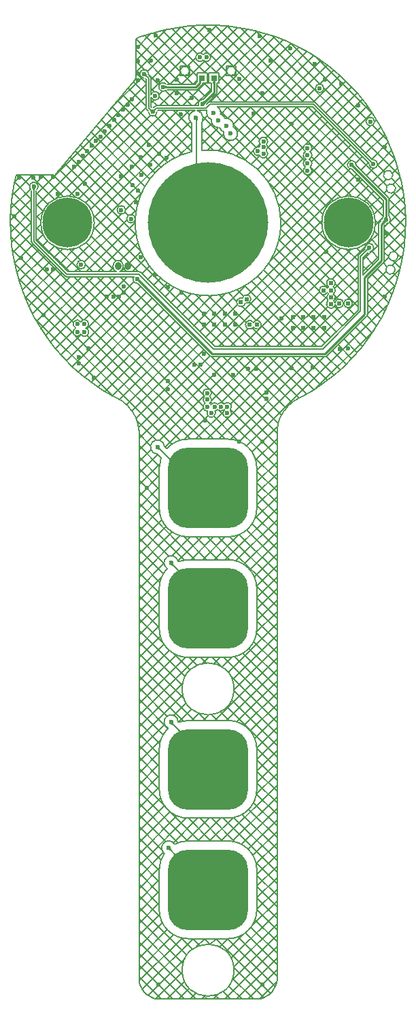
<source format=gtl>
G04*
G04 #@! TF.GenerationSoftware,Altium Limited,Altium Designer,21.9.2 (33)*
G04*
G04 Layer_Physical_Order=1*
G04 Layer_Color=255*
%FSLAX25Y25*%
%MOIN*%
G70*
G04*
G04 #@! TF.SameCoordinates,C6F11EFD-203B-4413-AD8B-19CE97DDEB68*
G04*
G04*
G04 #@! TF.FilePolarity,Positive*
G04*
G01*
G75*
%ADD11R,0.03150X0.03150*%
%ADD19C,0.00600*%
G04:AMPARAMS|DCode=20|XSize=393.7mil|YSize=393.7mil|CornerRadius=98.43mil|HoleSize=0mil|Usage=FLASHONLY|Rotation=0.000|XOffset=0mil|YOffset=0mil|HoleType=Round|Shape=RoundedRectangle|*
%AMROUNDEDRECTD20*
21,1,0.39370,0.19685,0,0,0.0*
21,1,0.19685,0.39370,0,0,0.0*
1,1,0.19685,0.09843,-0.09843*
1,1,0.19685,-0.09843,-0.09843*
1,1,0.19685,-0.09843,0.09843*
1,1,0.19685,0.09843,0.09843*
%
%ADD20ROUNDEDRECTD20*%
%ADD21C,0.59055*%
%ADD22C,0.01000*%
%ADD23O,0.03150X0.03937*%
%ADD24C,0.24410*%
%ADD25C,0.02402*%
%ADD26C,0.02362*%
G36*
X-16379Y-308788D02*
X-16291Y-308871D01*
X-16207Y-308942D01*
X-16128Y-309000D01*
X-16054Y-309045D01*
X-15984Y-309077D01*
X-15918Y-309097D01*
X-15857Y-309103D01*
X-15800Y-309097D01*
X-15747Y-309078D01*
X-15699Y-309046D01*
X-16621Y-309819D01*
X-16581Y-309778D01*
X-16555Y-309732D01*
X-16543Y-309681D01*
X-16543Y-309625D01*
X-16557Y-309564D01*
X-16585Y-309498D01*
X-16626Y-309427D01*
X-16680Y-309351D01*
X-16748Y-309271D01*
X-16829Y-309186D01*
X-16379Y-308788D01*
D02*
G37*
G36*
X-18195Y-307820D02*
X-18268Y-307754D01*
X-18349Y-307696D01*
X-18438Y-307644D01*
X-18535Y-307599D01*
X-18640Y-307561D01*
X-18752Y-307531D01*
X-18872Y-307508D01*
X-19000Y-307491D01*
X-19136Y-307482D01*
X-19279Y-307480D01*
X-18110Y-306311D01*
X-18108Y-306455D01*
X-18099Y-306591D01*
X-18083Y-306718D01*
X-18059Y-306839D01*
X-18029Y-306951D01*
X-17991Y-307056D01*
X-17947Y-307152D01*
X-17895Y-307241D01*
X-17836Y-307323D01*
X-17770Y-307396D01*
X-18195Y-307820D01*
D02*
G37*
G36*
X-14209Y-248442D02*
X-14121Y-248526D01*
X-14037Y-248597D01*
X-13956Y-248657D01*
X-13878Y-248706D01*
X-13804Y-248743D01*
X-13732Y-248768D01*
X-13664Y-248782D01*
X-13600Y-248784D01*
X-13538Y-248774D01*
X-13480Y-248753D01*
X-14628Y-249301D01*
X-14577Y-249270D01*
X-14541Y-249233D01*
X-14520Y-249190D01*
X-14514Y-249140D01*
X-14522Y-249085D01*
X-14545Y-249023D01*
X-14583Y-248955D01*
X-14635Y-248881D01*
X-14703Y-248801D01*
X-14785Y-248715D01*
X-14209Y-248442D01*
D02*
G37*
G36*
X-17357Y-246143D02*
X-17420Y-246085D01*
X-17494Y-246028D01*
X-17577Y-245973D01*
X-17670Y-245919D01*
X-17774Y-245866D01*
X-18009Y-245765D01*
X-18142Y-245716D01*
X-18436Y-245623D01*
X-16982Y-244837D01*
X-17015Y-244961D01*
X-17037Y-245081D01*
X-17048Y-245195D01*
X-17047Y-245304D01*
X-17035Y-245408D01*
X-17011Y-245507D01*
X-16975Y-245601D01*
X-16929Y-245689D01*
X-16870Y-245772D01*
X-16801Y-245850D01*
X-17357Y-246143D01*
D02*
G37*
G36*
X-14692Y-169923D02*
X-14605Y-170006D01*
X-14522Y-170077D01*
X-14442Y-170135D01*
X-14366Y-170183D01*
X-14292Y-170218D01*
X-14223Y-170242D01*
X-14156Y-170254D01*
X-14094Y-170254D01*
X-14034Y-170243D01*
X-13978Y-170219D01*
X-15080Y-170811D01*
X-15031Y-170778D01*
X-14997Y-170740D01*
X-14977Y-170696D01*
X-14972Y-170646D01*
X-14980Y-170590D01*
X-15003Y-170528D01*
X-15041Y-170461D01*
X-15092Y-170388D01*
X-15158Y-170310D01*
X-15238Y-170225D01*
X-14692Y-169923D01*
D02*
G37*
G36*
X-17290Y-168174D02*
X-17356Y-168114D01*
X-17432Y-168056D01*
X-17517Y-168001D01*
X-17611Y-167948D01*
X-17715Y-167898D01*
X-17951Y-167806D01*
X-18084Y-167763D01*
X-18377Y-167686D01*
X-16965Y-166825D01*
X-16993Y-166954D01*
X-17010Y-167077D01*
X-17017Y-167194D01*
X-17012Y-167306D01*
X-16997Y-167412D01*
X-16971Y-167512D01*
X-16934Y-167607D01*
X-16886Y-167696D01*
X-16828Y-167779D01*
X-16759Y-167856D01*
X-17290Y-168174D01*
D02*
G37*
G36*
X-19031Y-115190D02*
X-18945Y-115272D01*
X-18864Y-115340D01*
X-18790Y-115393D01*
X-18722Y-115430D01*
X-18661Y-115454D01*
X-18605Y-115462D01*
X-18556Y-115455D01*
X-18513Y-115434D01*
X-18476Y-115398D01*
X-18446Y-115347D01*
X-18988Y-116500D01*
X-18967Y-116442D01*
X-18957Y-116380D01*
X-18959Y-116315D01*
X-18973Y-116247D01*
X-18999Y-116176D01*
X-19036Y-116101D01*
X-19084Y-116024D01*
X-19144Y-115943D01*
X-19216Y-115858D01*
X-19299Y-115771D01*
X-19031Y-115190D01*
D02*
G37*
G36*
X-23706Y-111363D02*
X-23780Y-111298D01*
X-23861Y-111239D01*
X-23950Y-111187D01*
X-24047Y-111142D01*
X-24151Y-111105D01*
X-24264Y-111074D01*
X-24384Y-111051D01*
X-24512Y-111035D01*
X-24648Y-111026D01*
X-24791Y-111024D01*
X-23622Y-109854D01*
X-23620Y-109998D01*
X-23611Y-110134D01*
X-23595Y-110262D01*
X-23571Y-110382D01*
X-23541Y-110494D01*
X-23503Y-110599D01*
X-23459Y-110696D01*
X-23407Y-110785D01*
X-23348Y-110866D01*
X-23282Y-110939D01*
X-23706Y-111363D01*
D02*
G37*
G36*
X-33742Y-29170D02*
X-33829Y-29088D01*
X-33916Y-29014D01*
X-34004Y-28949D01*
X-34093Y-28893D01*
X-34182Y-28845D01*
X-34271Y-28807D01*
X-34361Y-28777D01*
X-34452Y-28756D01*
X-34543Y-28744D01*
X-34634Y-28740D01*
X-33465Y-27571D01*
X-33461Y-27662D01*
X-33449Y-27753D01*
X-33428Y-27843D01*
X-33398Y-27933D01*
X-33359Y-28023D01*
X-33312Y-28112D01*
X-33256Y-28200D01*
X-33191Y-28288D01*
X-33117Y-28376D01*
X-33034Y-28463D01*
X-33742Y-29170D01*
D02*
G37*
G36*
X77613Y-13302D02*
X77679Y-13228D01*
X77738Y-13147D01*
X77789Y-13058D01*
X77834Y-12961D01*
X77872Y-12857D01*
X77902Y-12744D01*
X77925Y-12624D01*
X77942Y-12496D01*
X77951Y-12360D01*
X77953Y-12217D01*
X79122Y-13386D01*
X78978Y-13388D01*
X78843Y-13397D01*
X78715Y-13413D01*
X78594Y-13437D01*
X78482Y-13467D01*
X78377Y-13505D01*
X78281Y-13549D01*
X78192Y-13601D01*
X78110Y-13660D01*
X78037Y-13726D01*
X77613Y-13302D01*
D02*
G37*
G36*
X85790Y671D02*
X85873Y758D01*
X85947Y845D01*
X86012Y934D01*
X86068Y1022D01*
X86115Y1111D01*
X86154Y1201D01*
X86184Y1290D01*
X86205Y1381D01*
X86217Y1472D01*
X86221Y1563D01*
X87390Y394D01*
X87299Y390D01*
X87208Y378D01*
X87117Y357D01*
X87027Y327D01*
X86938Y289D01*
X86849Y241D01*
X86760Y185D01*
X86672Y120D01*
X86585Y46D01*
X86497Y-37D01*
X85790Y671D01*
D02*
G37*
G36*
X87902Y3353D02*
X87905Y3233D01*
X87915Y3119D01*
X87931Y3011D01*
X87954Y2909D01*
X87983Y2812D01*
X88019Y2722D01*
X88062Y2637D01*
X88111Y2558D01*
X88166Y2485D01*
X88228Y2418D01*
X86575D01*
X86637Y2485D01*
X86692Y2558D01*
X86741Y2637D01*
X86784Y2722D01*
X86820Y2812D01*
X86849Y2909D01*
X86872Y3011D01*
X86888Y3119D01*
X86898Y3233D01*
X86902Y3353D01*
X87902D01*
D02*
G37*
G36*
X-30121Y72783D02*
X-30112Y72647D01*
X-30095Y72519D01*
X-30072Y72399D01*
X-30042Y72286D01*
X-30004Y72182D01*
X-29959Y72085D01*
X-29908Y71996D01*
X-29849Y71915D01*
X-29783Y71842D01*
X-30207Y71417D01*
X-30281Y71483D01*
X-30362Y71542D01*
X-30451Y71594D01*
X-30548Y71639D01*
X-30652Y71676D01*
X-30765Y71706D01*
X-30885Y71730D01*
X-31013Y71746D01*
X-31149Y71755D01*
X-31292Y71757D01*
X-30123Y72926D01*
X-30121Y72783D01*
D02*
G37*
G36*
X-3187Y69296D02*
X-3232Y69273D01*
X-3271Y69235D01*
X-3305Y69182D01*
X-3334Y69113D01*
X-3357Y69029D01*
X-3376Y68930D01*
X-3389Y68816D01*
X-3397Y68686D01*
X-3399Y68542D01*
X-4399D01*
X-4400Y68686D01*
X-4428Y69113D01*
X-4441Y69182D01*
X-4456Y69235D01*
X-4474Y69273D01*
X-4493Y69296D01*
X-4516Y69303D01*
X-3138D01*
X-3187Y69296D01*
D02*
G37*
G36*
X3858Y69293D02*
X3773Y69263D01*
X3698Y69213D01*
X3633Y69143D01*
X3578Y69053D01*
X3533Y68943D01*
X3498Y68813D01*
X3473Y68663D01*
X3458Y68493D01*
X3453Y68303D01*
X2453D01*
X2448Y68493D01*
X2433Y68663D01*
X2408Y68813D01*
X2373Y68943D01*
X2328Y69053D01*
X2273Y69143D01*
X2208Y69213D01*
X2133Y69263D01*
X2048Y69293D01*
X1953Y69303D01*
X3953D01*
X3858Y69293D01*
D02*
G37*
G36*
X-21137Y67300D02*
X-21064Y67245D01*
X-20985Y67196D01*
X-20900Y67153D01*
X-20810Y67117D01*
X-20713Y67088D01*
X-20611Y67065D01*
X-20503Y67049D01*
X-20389Y67039D01*
X-20268Y67035D01*
Y66035D01*
X-20389Y66032D01*
X-20503Y66022D01*
X-20611Y66006D01*
X-20713Y65983D01*
X-20810Y65954D01*
X-20900Y65918D01*
X-20985Y65875D01*
X-21064Y65826D01*
X-21137Y65771D01*
X-21204Y65709D01*
Y67362D01*
X-21137Y67300D01*
D02*
G37*
G36*
X-1145Y59172D02*
X-1227Y59085D01*
X-1301Y58997D01*
X-1366Y58909D01*
X-1422Y58820D01*
X-1470Y58731D01*
X-1508Y58642D01*
X-1538Y58552D01*
X-1559Y58462D01*
X-1571Y58371D01*
X-1575Y58280D01*
X-2744Y59449D01*
X-2653Y59452D01*
X-2562Y59465D01*
X-2472Y59486D01*
X-2382Y59515D01*
X-2292Y59554D01*
X-2203Y59601D01*
X-2115Y59658D01*
X-2027Y59723D01*
X-1939Y59796D01*
X-1852Y59879D01*
X-1145Y59172D01*
D02*
G37*
G36*
X-25644Y55427D02*
X-25710Y55354D01*
X-25769Y55273D01*
X-25821Y55184D01*
X-25866Y55087D01*
X-25903Y54983D01*
X-25934Y54870D01*
X-25957Y54750D01*
X-25973Y54622D01*
X-25982Y54486D01*
X-25984Y54343D01*
X-27154Y55512D01*
X-27010Y55514D01*
X-26874Y55523D01*
X-26746Y55539D01*
X-26626Y55563D01*
X-26513Y55593D01*
X-26409Y55631D01*
X-26312Y55675D01*
X-26223Y55727D01*
X-26142Y55786D01*
X-26069Y55852D01*
X-25644Y55427D01*
D02*
G37*
G36*
X-28189Y55786D02*
X-28108Y55727D01*
X-28019Y55675D01*
X-27922Y55631D01*
X-27817Y55593D01*
X-27705Y55563D01*
X-27585Y55539D01*
X-27457Y55523D01*
X-27321Y55514D01*
X-27177Y55512D01*
X-28346Y54343D01*
X-28348Y54486D01*
X-28358Y54622D01*
X-28374Y54750D01*
X-28397Y54870D01*
X-28428Y54983D01*
X-28465Y55087D01*
X-28510Y55184D01*
X-28562Y55273D01*
X-28620Y55354D01*
X-28686Y55427D01*
X-28262Y55852D01*
X-28189Y55786D01*
D02*
G37*
G36*
X-4948Y50862D02*
X-5126Y50478D01*
X-5169Y50362D01*
X-5233Y50148D01*
X-5252Y50050D01*
X-5264Y49958D01*
X-5268Y49872D01*
X-5868Y49686D01*
X-5874Y49790D01*
X-5892Y49890D01*
X-5921Y49986D01*
X-5962Y50077D01*
X-6016Y50164D01*
X-6080Y50246D01*
X-6157Y50324D01*
X-6245Y50397D01*
X-6345Y50466D01*
X-6457Y50530D01*
X-4872Y51002D01*
X-4948Y50862D01*
D02*
G37*
G36*
X-5265Y29541D02*
X-5257Y29440D01*
X-5242Y29353D01*
X-5222Y29279D01*
X-5196Y29217D01*
X-5164Y29169D01*
X-5126Y29133D01*
X-5082Y29111D01*
X-5033Y29101D01*
X-4978Y29105D01*
X-6156Y28879D01*
X-6102Y28896D01*
X-6053Y28925D01*
X-6010Y28964D01*
X-5972Y29014D01*
X-5940Y29074D01*
X-5914Y29146D01*
X-5894Y29228D01*
X-5880Y29321D01*
X-5871Y29424D01*
X-5868Y29539D01*
X-5268Y29654D01*
X-5265Y29541D01*
D02*
G37*
G36*
X80079Y30195D02*
X80160Y30136D01*
X80249Y30085D01*
X80346Y30040D01*
X80450Y30002D01*
X80563Y29972D01*
X80683Y29949D01*
X80811Y29932D01*
X80947Y29923D01*
X81090Y29921D01*
X79921Y28752D01*
X79919Y28896D01*
X79910Y29031D01*
X79894Y29159D01*
X79870Y29280D01*
X79840Y29392D01*
X79803Y29497D01*
X79758Y29593D01*
X79706Y29682D01*
X79647Y29763D01*
X79581Y29837D01*
X80006Y30261D01*
X80079Y30195D01*
D02*
G37*
G36*
X71657Y28243D02*
X71669Y28152D01*
X71690Y28062D01*
X71720Y27972D01*
X71759Y27883D01*
X71806Y27794D01*
X71862Y27705D01*
X71927Y27617D01*
X72001Y27529D01*
X72084Y27442D01*
X71377Y26735D01*
X71289Y26818D01*
X71202Y26891D01*
X71114Y26956D01*
X71025Y27013D01*
X70936Y27060D01*
X70847Y27099D01*
X70757Y27129D01*
X70666Y27150D01*
X70575Y27162D01*
X70484Y27165D01*
X71653Y28335D01*
X71657Y28243D01*
D02*
G37*
G36*
X-84706Y16770D02*
X-84796Y16668D01*
X-84875Y16566D01*
X-84943Y16464D01*
X-85001Y16363D01*
X-85049Y16262D01*
X-85086Y16162D01*
X-85112Y16063D01*
X-85128Y15964D01*
X-85133Y15866D01*
X-85733D01*
X-85738Y15964D01*
X-85754Y16063D01*
X-85781Y16162D01*
X-85817Y16262D01*
X-85865Y16363D01*
X-85923Y16464D01*
X-85991Y16566D01*
X-86070Y16668D01*
X-86160Y16770D01*
X-86260Y16873D01*
X-84606D01*
X-84706Y16770D01*
D02*
G37*
D11*
X2953Y70866D02*
D03*
X-2953D02*
D03*
D19*
X90559Y23352D02*
G03*
X90509Y23826I-2278J0D01*
G01*
X91950Y16805D02*
G03*
X91900Y17279I-2278J0D01*
G01*
X86052Y22878D02*
G03*
X90559Y23352I2228J474D01*
G01*
X86052Y22878D02*
G03*
X90559Y23352I2228J474D01*
G01*
D02*
G03*
X90509Y23826I-2278J0D01*
G01*
D02*
G03*
X86052Y22878I-2228J-474D01*
G01*
X90509Y23826D02*
G03*
X86052Y22878I-2228J-474D01*
G01*
X87444Y16332D02*
G03*
X91950Y16805I2228J474D01*
G01*
X87444Y16332D02*
G03*
X91950Y16805I2228J474D01*
G01*
D02*
G03*
X91900Y17279I-2278J0D01*
G01*
D02*
G03*
X87444Y16332I-2228J-474D01*
G01*
X91900Y17279D02*
G03*
X87444Y16332I-2228J-474D01*
G01*
X88802Y11417D02*
G03*
X88392Y12407I-1400J0D01*
G01*
X88802Y11417D02*
G03*
X88392Y12407I-1400J0D01*
G01*
X81609Y49606D02*
G03*
X81609Y49606I-2081J0D01*
G01*
X79023Y28647D02*
G03*
X83183Y28740I2079J93D01*
G01*
D02*
G03*
X81195Y30819I-2081J0D01*
G01*
X82002Y0D02*
G03*
X82002Y0I-13105J0D01*
G01*
X93081Y-16885D02*
G03*
X93131Y-16412I-2228J474D01*
G01*
X89483Y1575D02*
G03*
X88946Y2970I-2081J0D01*
G01*
X87507Y-504D02*
G03*
X89483Y1575I-105J2079D01*
G01*
X93131Y-16412D02*
G03*
X88625Y-15938I-2278J0D01*
G01*
X93131Y-16412D02*
G03*
X88625Y-15938I-2278J0D01*
G01*
D02*
G03*
X93081Y-16885I2228J-474D01*
G01*
X88625Y-15938D02*
G03*
X93081Y-16885I2228J-474D01*
G01*
D02*
G03*
X93131Y-16412I-2228J474D01*
G01*
X91740Y-22958D02*
G03*
X87234Y-22485I-2278J0D01*
G01*
X91740Y-22958D02*
G03*
X87234Y-22485I-2278J0D01*
G01*
D02*
G03*
X91690Y-23432I2228J-474D01*
G01*
D02*
G03*
X91740Y-22958I-2228J474D01*
G01*
X91690Y-23432D02*
G03*
X91740Y-22958I-2228J474D01*
G01*
X87234Y-22485D02*
G03*
X91690Y-23432I2228J-474D01*
G01*
X85858Y2970D02*
G03*
X85323Y1680I1544J-1395D01*
G01*
X84049Y203D02*
G03*
X83639Y-787I990J-990D01*
G01*
X84049Y203D02*
G03*
X83639Y-787I990J-990D01*
G01*
X81215Y-12205D02*
G03*
X77055Y-12112I-2081J0D01*
G01*
X79227Y-14284D02*
G03*
X81215Y-12205I-93J2079D01*
G01*
X86029Y-19494D02*
G03*
X86439Y-18504I-990J990D01*
G01*
X86029Y-19494D02*
G03*
X86439Y-18504I-990J990D01*
G01*
X73955Y-15687D02*
G03*
X73603Y-16535I848J-848D01*
G01*
X56805Y65861D02*
G03*
X56805Y65861I-2081J0D01*
G01*
X52620Y58919D02*
G03*
X51772Y59271I-848J-848D01*
G01*
X52620Y58919D02*
G03*
X51772Y59271I-848J-848D01*
G01*
X11378Y72132D02*
G03*
X13656Y74409I0J2278D01*
G01*
D02*
G03*
X11378Y76687I-2278J0D01*
G01*
D02*
G03*
X9100Y74409I0J-2278D01*
G01*
D02*
G03*
X11378Y72132I2278J0D01*
G01*
X3943Y62986D02*
G03*
X4353Y63976I-990J990D01*
G01*
X3943Y62986D02*
G03*
X4353Y63976I-990J990D01*
G01*
X50900Y29134D02*
G03*
X49494Y31102I-2081J0D01*
G01*
X72551Y28451D02*
G03*
X70367Y26268I-2079J-105D01*
G01*
X50900Y25591D02*
G03*
X49911Y27362I-2081J0D01*
G01*
Y27362D02*
G03*
X50900Y29134I-1092J1772D01*
G01*
X47727Y27362D02*
G03*
X50900Y25591I1092J-1772D01*
G01*
X49911Y34843D02*
G03*
X50900Y36614I-1092J1772D01*
G01*
D02*
G03*
X47727Y34843I-2081J0D01*
G01*
X50900Y33071D02*
G03*
X49911Y34843I-2081J0D01*
G01*
X49494Y31102D02*
G03*
X50900Y33071I-675J1969D01*
G01*
X47727Y34843D02*
G03*
X48144Y31102I1092J-1772D01*
G01*
Y31102D02*
G03*
X47727Y27362I675J-1969D01*
G01*
X73955Y-15687D02*
G03*
X73603Y-16535I848J-848D01*
G01*
X14473Y43701D02*
G03*
X12415Y46857I-3450J0D01*
G01*
Y46857D02*
G03*
X12505Y47638I-3360J781D01*
G01*
X28688Y38426D02*
G03*
X29246Y39845I-1523J1419D01*
G01*
D02*
G03*
X25643Y38426I-2081J0D01*
G01*
X7664Y44481D02*
G03*
X14473Y43701I3360J-781D01*
G01*
X6205Y53937D02*
G03*
X4570Y56871I-3450J0D01*
G01*
X6145Y53293D02*
G03*
X6205Y53937I-3389J644D01*
G01*
X8411Y51027D02*
G03*
X6145Y53293I-3293J-1027D01*
G01*
X12505Y47638D02*
G03*
X8411Y51027I-3450J0D01*
G01*
X1729Y50644D02*
G03*
X5762Y46611I3389J-644D01*
G01*
X5762D02*
G03*
X7664Y44481I3293J1027D01*
G01*
X29247Y37008D02*
G03*
X28688Y38426I-2081J0D01*
G01*
X28526Y35433D02*
G03*
X29247Y37008I-1361J1575D01*
G01*
X25643Y38426D02*
G03*
X25084Y37008I1523J-1419D01*
G01*
D02*
G03*
X25219Y33122I-675J-1969D01*
G01*
X29246Y33858D02*
G03*
X28526Y35433I-2081J0D01*
G01*
X25219Y33122D02*
G03*
X29246Y33858I1946J736D01*
G01*
X62337Y-36614D02*
G03*
X61365Y-34843I-2101J0D01*
G01*
X62337Y-33071D02*
G03*
X61365Y-31299I-2101J0D01*
G01*
X61365Y-34843D02*
G03*
X62337Y-33071I-1129J1772D01*
G01*
X66427Y-39486D02*
G03*
X62250Y-39166I-2101J0D01*
G01*
X62313Y-40084D02*
G03*
X66427Y-39486I2014J598D01*
G01*
X61627Y-38189D02*
G03*
X62337Y-36614I-1390J1575D01*
G01*
X62250Y-39166D02*
G03*
X61627Y-38189I-2014J-598D01*
G01*
X77762Y-45872D02*
G03*
X78172Y-44882I-990J990D01*
G01*
X70758Y-39486D02*
G03*
X70758Y-39486I-2101J0D01*
G01*
X77762Y-45872D02*
G03*
X78172Y-44882I-990J990D01*
G01*
X61365Y-31299D02*
G03*
X62337Y-29528I-1129J1772D01*
G01*
X59107Y-31299D02*
G03*
X58465Y-31942I1129J-1772D01*
G01*
X62337Y-29528D02*
G03*
X59107Y-31299I-2101J0D01*
G01*
X58846Y-38189D02*
G03*
X62313Y-40084I1390J-1575D01*
G01*
X58465Y-34200D02*
G03*
X59107Y-34843I1772J1129D01*
G01*
D02*
G03*
X58846Y-38189I1129J-1772D01*
G01*
X58465Y-31942D02*
G03*
X58465Y-34200I-1772J-1129D01*
G01*
X57480Y-65573D02*
G03*
X58470Y-65163I0J1400D01*
G01*
X57480Y-65573D02*
G03*
X58470Y-65163I0J1400D01*
G01*
X22244Y-51129D02*
G03*
X26116Y-50000I1772J1129D01*
G01*
D02*
G03*
X22244Y-48871I-2101J0D01*
G01*
X20998Y-37402D02*
G03*
X16837Y-36994I-2101J0D01*
G01*
X18203Y-39384D02*
G03*
X20998Y-37402I695J1983D01*
G01*
X16837Y-36994D02*
G03*
X18203Y-39384I-695J-1983D01*
G01*
X22244Y-48871D02*
G03*
X22244Y-51129I-1772J-1129D01*
G01*
X11530Y-93307D02*
G03*
X10809Y-91732I-2081J0D01*
G01*
X23922Y-120079D02*
G03*
X9843Y-105999I-14080J0D01*
G01*
X8088Y-91732D02*
G03*
X11530Y-93307I1361J-1575D01*
G01*
Y-90158D02*
G03*
X7874Y-88797I-2081J0D01*
G01*
X10809Y-91732D02*
G03*
X11530Y-90158I-1361J1575D01*
G01*
X7874Y-88797D02*
G03*
X4720Y-88802I-1575J-1361D01*
G01*
X4749Y-91546D02*
G03*
X7874Y-91518I1550J1388D01*
G01*
X7874D02*
G03*
X8088Y-91732I1575J1361D01*
G01*
X3374Y-92262D02*
G03*
X4749Y-91546I-204J2071D01*
G01*
X3656Y-93307D02*
G03*
X3374Y-92262I-2081J0D01*
G01*
X9843Y-212898D02*
G03*
X23922Y-198819I0J14080D01*
G01*
Y-257874D02*
G03*
X9843Y-243794I-14080J0D01*
G01*
Y-153843D02*
G03*
X23922Y-139764I0J14080D01*
G01*
Y-179134D02*
G03*
X9843Y-165054I-14080J0D01*
G01*
Y-291639D02*
G03*
X23922Y-277559I0J14080D01*
G01*
Y-316929D02*
G03*
X9843Y-302850I-14080J0D01*
G01*
Y-350694D02*
G03*
X23922Y-336614I0J14080D01*
G01*
X-2362Y79742D02*
G03*
X1294Y81102I1575J1361D01*
G01*
D02*
G03*
X-2362Y82463I-2081J0D01*
G01*
X-2362D02*
G03*
X-2362Y79742I-1575J-1361D01*
G01*
X-2909Y67552D02*
G03*
X-2507Y68391I-990J990D01*
G01*
X-2909Y67552D02*
G03*
X-2507Y68391I-990J990D01*
G01*
X-5906Y65135D02*
G03*
X-4916Y65545I0J1400D01*
G01*
X-9100Y74409D02*
G03*
X-11378Y76687I-2278J0D01*
G01*
D02*
G03*
X-13656Y74409I0J-2278D01*
G01*
X-11378Y72132D02*
G03*
X-9100Y74409I0J2278D01*
G01*
X-13656D02*
G03*
X-11378Y72132I2278J0D01*
G01*
X-20652Y68079D02*
G03*
X-20652Y64991I-1395J-1544D01*
G01*
X984Y59271D02*
G03*
X136Y58919I0J-1200D01*
G01*
X984Y59271D02*
G03*
X136Y58919I0J-1200D01*
G01*
X-900Y54987D02*
G03*
X-508Y55052I0J1200D01*
G01*
X-900Y54987D02*
G03*
X-508Y55052I0J1200D01*
G01*
X-5906Y65135D02*
G03*
X-4916Y65545I0J1400D01*
G01*
X-2861Y60346D02*
G03*
X-4641Y57387I105J-2079D01*
G01*
X-508Y55052D02*
G03*
X1729Y50644I3264J-1115D01*
G01*
X35733Y0D02*
G03*
X-3000Y35607I-35733J0D01*
G01*
X-2754Y50171D02*
G03*
X-2456Y51575I-3151J1404D01*
G01*
D02*
G03*
X-5396Y54987I-3450J0D01*
G01*
X-6415D02*
G03*
X-8137Y48944I509J-3412D01*
G01*
X-23903Y62205D02*
G03*
X-27934Y62933I-2081J0D01*
G01*
Y61477D02*
G03*
X-23903Y62205I1950J728D01*
G01*
X-25309Y57387D02*
G03*
X-26158Y57035I0J-1200D01*
G01*
X-25309Y57387D02*
G03*
X-26158Y57035I0J-1200D01*
G01*
X-29244Y54238D02*
G03*
X-25086Y54238I2079J93D01*
G01*
X-8137Y34794D02*
G03*
X35733Y0I8137J-34794D01*
G01*
X-27934Y70768D02*
G03*
X-28285Y71617I-1200J0D01*
G01*
X-29225Y73031D02*
G03*
X-31397Y70859I-2079J-93D01*
G01*
X-27934Y70768D02*
G03*
X-28285Y71617I-1200J0D01*
G01*
X-30334Y56299D02*
G03*
X-29982Y55451I1200J0D01*
G01*
X-30334Y56299D02*
G03*
X-29982Y55451I1200J0D01*
G01*
X-40439Y6299D02*
G03*
X-40439Y6299I-2081J0D01*
G01*
X-83352Y17717D02*
G03*
X-86969Y16312I-2081J0D01*
G01*
X-83897Y16312D02*
G03*
X-83352Y17717I-1536J1405D01*
G01*
X-55793Y0D02*
G03*
X-55793Y0I-13105J0D01*
G01*
X-35714Y1969D02*
G03*
X-35714Y1969I-2081J0D01*
G01*
X-41620Y-20866D02*
G03*
X-46569Y-20866I-2475J0D01*
G01*
Y-21654D02*
G03*
X-44890Y-23997I2475J0D01*
G01*
X-60124Y-20472D02*
G03*
X-60124Y-20472I-2081J0D01*
G01*
X-33010Y-24348D02*
G03*
X-33858Y-23997I-848J-848D01*
G01*
X-33010Y-24348D02*
G03*
X-33858Y-23997I-848J-848D01*
G01*
X-36372Y-26397D02*
G03*
X-34751Y-29638I1726J-1162D01*
G01*
X-43299Y-23997D02*
G03*
X-41620Y-21654I-796J2343D01*
G01*
X-86633Y-9055D02*
G03*
X-86282Y-9904I1200J0D01*
G01*
X-86633Y-9055D02*
G03*
X-86282Y-9904I1200J0D01*
G01*
X-70140Y-26045D02*
G03*
X-69291Y-26397I848J848D01*
G01*
X-70140Y-26045D02*
G03*
X-69291Y-26397I848J848D01*
G01*
X979Y-65163D02*
G03*
X1969Y-65573I990J990D01*
G01*
X979Y-65163D02*
G03*
X1969Y-65573I990J990D01*
G01*
X967Y-85039D02*
G03*
X1687Y-83465I-1361J1575D01*
G01*
D02*
G03*
X-1754Y-85039I-2081J0D01*
G01*
D02*
G03*
X-1486Y-88386I1361J-1575D01*
G01*
X1687Y-86614D02*
G03*
X967Y-85039I-2081J0D01*
G01*
X698Y-88386D02*
G03*
X1687Y-86614I-1092J1772D01*
G01*
X1398Y-89099D02*
G03*
X698Y-88386I-1792J-1059D01*
G01*
X4720Y-88802D02*
G03*
X1398Y-89099I-1550J-1388D01*
G01*
X-1486Y-88386D02*
G03*
X-206Y-92230I1092J-1772D01*
G01*
Y-92230D02*
G03*
X3656Y-93307I1781J-1077D01*
G01*
X-9843Y-165054D02*
G03*
X-14715Y-165924I0J-14080D01*
G01*
X-23922Y-198819D02*
G03*
X-9843Y-212898I14080J0D01*
G01*
Y-105999D02*
G03*
X-20329Y-110684I0J-14080D01*
G01*
X-23922Y-139764D02*
G03*
X-9843Y-153843I14080J0D01*
G01*
X-14715Y-165924D02*
G03*
X-20022Y-169407I-3395J-611D01*
G01*
X12711Y-228346D02*
G03*
X12711Y-228346I-12711J0D01*
G01*
X-9843Y-243794D02*
G03*
X-14664Y-244646I0J-14080D01*
G01*
X12711Y-366142D02*
G03*
X12711Y-366142I-12711J0D01*
G01*
X-9843Y-302850D02*
G03*
X-16375Y-304457I0J-14080D01*
G01*
X-23922Y-277559D02*
G03*
X-9843Y-291639I14080J0D01*
G01*
X-14661Y-244488D02*
G03*
X-19512Y-247640I-3450J0D01*
G01*
X-23922Y-336614D02*
G03*
X-9843Y-350694I14080J0D01*
G01*
X-16375Y-304457D02*
G03*
X-21463Y-308979I-2916J-1843D01*
G01*
X-21365Y-109561D02*
G03*
X-25085Y-113281I-3438J-282D01*
G01*
X-23057Y-115221D02*
G03*
X-23922Y-120079I13215J-4858D01*
G01*
X-59964Y-51578D02*
G03*
X-58549Y-49606I-666J1972D01*
G01*
X-58536Y-53554D02*
G03*
X-59964Y-51578I-2081J0D01*
G01*
X-58549Y-49606D02*
G03*
X-62402Y-48514I-2081J0D01*
G01*
X-62398Y-54630D02*
G03*
X-58536Y-53554I1781J1076D01*
G01*
X-62402Y-48514D02*
G03*
X-64849Y-51575I-1772J-1092D01*
G01*
Y-51575D02*
G03*
X-62398Y-54630I675J-1969D01*
G01*
X-19512Y-247640D02*
G03*
X-23922Y-257874I9670J-10234D01*
G01*
X-20022Y-169407D02*
G03*
X-23922Y-179134I10179J-9727D01*
G01*
X-21463Y-308979D02*
G03*
X-23922Y-316929I11620J-7950D01*
G01*
X91605Y31478D02*
X93419Y25594D01*
X94857Y19607D01*
X89419Y37235D02*
X91605Y31478D01*
X90354Y24296D02*
X93003Y26945D01*
X90601Y18886D02*
X94173Y22457D01*
X86873Y42841D02*
X89419Y37235D01*
X83975Y48274D02*
X86873Y42841D01*
X83158Y28413D02*
X90124Y35379D01*
X81605Y49488D02*
X82607Y50489D01*
X83150Y28368D02*
X86614Y24904D01*
X83429Y17370D02*
X87337Y21279D01*
X94857Y19607D02*
X95911Y13541D01*
X89833Y21685D02*
X95476Y16041D01*
X88801Y11430D02*
X95171Y17799D01*
X90945Y14916D02*
X96350Y9511D01*
X95911Y13541D02*
X96578Y7419D01*
X88802Y5773D02*
X95976Y12947D01*
X88802Y11403D02*
X96756Y3448D01*
X86257Y14542D02*
X87592Y15877D01*
X88802Y3455D02*
Y11417D01*
X86002Y3455D02*
Y10837D01*
X80739Y53512D02*
X83975Y48274D01*
X77175Y58534D02*
X80739Y53512D01*
X53352Y80793D02*
X80909Y53236D01*
X56798Y66033D02*
X91716Y31115D01*
X80641Y47848D02*
X87893Y40596D01*
X80314Y31226D02*
X88452Y39364D01*
X74657Y36883D02*
X84696Y46922D01*
X77485Y34054D02*
X86664Y43233D01*
X73300Y63319D02*
X77175Y58534D01*
X63343Y48197D02*
X75612Y60465D01*
X40584Y87905D02*
X77769Y50719D01*
X52620Y58919D02*
X80562Y30977D01*
X69000Y42540D02*
X80421Y53960D01*
X71828Y39711D02*
X79646Y47529D01*
X66171Y45368D02*
X78073Y57269D01*
X51275Y56871D02*
X78865Y29280D01*
X80600Y20199D02*
X91669Y31268D01*
X48990Y56871D02*
X87783Y18078D01*
X37677Y56871D02*
X86002Y8546D01*
X23166Y94009D02*
X94001Y23174D01*
X32020Y56871D02*
X85882Y3009D01*
X79465Y7750D02*
X84277Y12562D01*
X72791Y28007D02*
X88392Y12407D01*
X70812Y26027D02*
X86002Y10837D01*
X77772Y23027D02*
X81429Y26685D01*
X72444Y29013D02*
X75788Y32357D01*
X74943Y25856D02*
X78616Y29529D01*
X72885Y12483D02*
X78620Y18219D01*
X76635Y10577D02*
X81449Y15390D01*
X67803Y13059D02*
X75792Y21047D01*
X96578Y7419D02*
X96854Y1268D01*
X89181Y495D02*
X96531Y7846D01*
X96739Y-4888D02*
X96854Y1268D01*
X88802Y5746D02*
X96788Y-2241D01*
X86439Y-7903D02*
X96800Y2458D01*
X96233Y-11025D02*
X96739Y-4888D01*
X88830Y61D02*
X96513Y-7623D01*
X91444Y-14212D02*
X96377Y-9280D01*
X86439Y-1367D02*
X87062Y-744D01*
X86439Y-2246D02*
X88481Y-204D01*
X86439Y-8862D02*
X92051Y-14474D01*
X86439Y-14519D02*
X88590Y-16670D01*
X95338Y-17117D02*
X96233Y-11025D01*
X92791Y-15214D02*
X95225Y-17648D01*
X90421Y-20892D02*
X95534Y-15779D01*
X94058Y-23140D02*
X95338Y-17117D01*
X90595Y-18675D02*
X94233Y-22313D01*
X92397Y-29069D02*
X94058Y-23140D01*
X86439Y-18504D02*
Y-1367D01*
X90948Y-24685D02*
X93039Y-26776D01*
X84049Y203D02*
X85083Y1236D01*
X81959Y-1070D02*
X85546Y2517D01*
X81376Y4004D02*
X86002Y8630D01*
X81938Y1295D02*
X83681Y-448D01*
X86439Y-3206D02*
X95980Y-12746D01*
X86439Y-13560D02*
X96770Y-3230D01*
X81425Y-3848D02*
X83639Y-6063D01*
X79551Y-7631D02*
X83639Y-11719D01*
X78444Y-10241D02*
X83639Y-5046D01*
X76753Y-10490D02*
X77368Y-11104D01*
X73039Y-12433D02*
X75124Y-14518D01*
X73955Y-15687D02*
X76897Y-12745D01*
X76003Y-25560D02*
X83639Y-17924D01*
X78172Y-27485D02*
X88653Y-17003D01*
X76003Y-18339D02*
X83639Y-10703D01*
X76003Y-23996D02*
X83639Y-16360D01*
X85893Y-19630D02*
X87735Y-21472D01*
X78172Y-27351D02*
X86029Y-19494D01*
X83065Y-22458D02*
X91692Y-31085D01*
X80234Y-13971D02*
X83639Y-17376D01*
Y-17924D02*
Y-787D01*
X76003Y-17032D02*
X78594Y-14442D01*
X61081Y-27604D02*
X77170Y-11515D01*
X76821Y-16215D02*
X81085Y-20479D01*
X76003Y-21054D02*
X78256Y-23307D01*
X76003Y-25560D02*
Y-17032D01*
X49836Y83058D02*
X55012Y79724D01*
X44458Y86057D02*
X49836Y83058D01*
X55012Y79724D02*
X59967Y76067D01*
X38900Y88708D02*
X44458Y86057D01*
X31168Y91664D02*
X54897Y67935D01*
X59967Y76067D02*
X64679Y72104D01*
X69129Y67848D01*
X54803Y67940D02*
X61576Y74714D01*
X21377Y94474D02*
X27337Y92925D01*
X33185Y91000D01*
X15331Y95641D02*
X21377Y94474D01*
X12638Y76687D02*
X28494Y92544D01*
X33185Y91000D02*
X38900Y88708D01*
X13656Y72132D02*
Y74409D01*
X13362Y75528D02*
X13656Y75235D01*
Y74409D02*
Y76687D01*
X69129Y67848D02*
X73300Y63319D01*
X51790Y59271D02*
X64648Y72129D01*
X54858Y56682D02*
X67542Y69366D01*
X34819Y59271D02*
X55162Y79614D01*
X40476Y59271D02*
X58417Y77211D01*
X57686Y53853D02*
X70353Y66520D01*
X60515Y51025D02*
X73065Y63575D01*
X46133Y59271D02*
X52645Y65782D01*
X23506Y59271D02*
X48203Y83968D01*
X29163Y59271D02*
X51730Y81838D01*
X17849Y59271D02*
X44571Y85993D01*
X16007Y95511D02*
X52474Y59044D01*
X26363Y56871D02*
X46741Y36492D01*
X13656Y75235D02*
X29620Y59271D01*
X20706Y56871D02*
X47171Y30405D01*
X11378Y76687D02*
X13656D01*
X12397Y76447D02*
X12638Y76687D01*
X12203D02*
X12497Y76394D01*
X9224Y96422D02*
X15331Y95641D01*
X3635Y73341D02*
X24068Y93774D01*
X11378Y72132D02*
X13656D01*
X9100D02*
X11378D01*
X9100Y76687D02*
X11378D01*
X3079Y96813D02*
X9224Y96422D01*
X9100Y74409D02*
Y76687D01*
Y73149D02*
X9341Y73390D01*
X9100Y72132D02*
Y74409D01*
X5428Y69477D02*
X9100Y73149D01*
X9471Y96390D02*
X46590Y59271D01*
X6535D02*
X36810Y89546D01*
X12192Y59271D02*
X40748Y87826D01*
X3412Y96792D02*
X40933Y59271D01*
X5428Y72149D02*
X18306Y59271D01*
X11102Y72132D02*
X23963Y59271D01*
X12455Y48220D02*
X21106Y56871D01*
X9619Y51041D02*
X15449Y56871D01*
X9392D02*
X25368Y40895D01*
X4373Y68391D02*
X5428D01*
Y73341D01*
X1553Y64556D02*
Y68203D01*
X4353Y63976D02*
Y68203D01*
Y67567D02*
X12649Y59271D01*
X3610Y62653D02*
X6992Y59271D01*
X50739Y29936D02*
X64474Y43671D01*
X50334Y35188D02*
X61646Y46499D01*
X48029Y38540D02*
X58818Y49328D01*
X43333Y56871D02*
X69867Y30338D01*
X49959Y34812D02*
X50246Y35099D01*
X29224Y36705D02*
X49390Y56871D01*
X50800Y32434D02*
X70193Y13040D01*
X35566Y3449D02*
X70131Y38014D01*
X35671Y-2103D02*
X72960Y35186D01*
X34633Y-8798D02*
X69806Y26375D01*
X30546Y-18541D02*
X72963Y23876D01*
X68025Y-13076D02*
X73603Y-18654D01*
X30213Y19080D02*
X73603Y-24311D01*
X34562Y9074D02*
X73603Y-29967D01*
X31679Y16532D02*
X47078Y31931D01*
X34757Y8296D02*
X67303Y40843D01*
X29562Y20073D02*
X46893Y37404D01*
X29246Y37017D02*
X58408Y7855D01*
X50090Y27486D02*
X65050Y12527D01*
X48359Y23561D02*
X61266Y10654D01*
X33428Y12625D02*
X46773Y25969D01*
X35584Y-3262D02*
X59795Y-27474D01*
X14382Y44490D02*
X26763Y56871D01*
X28390Y41528D02*
X43733Y56871D01*
X4570D02*
X51275D01*
X23926Y37064D02*
X25483Y38620D01*
X6197Y53276D02*
X9792Y56871D01*
X6169Y54437D02*
X9555Y51051D01*
X24339Y26163D02*
X53161Y54985D01*
X15049Y56871D02*
X46789Y25131D01*
X27111Y23278D02*
X55989Y52156D01*
X9887Y34338D02*
X32419Y56871D01*
X14057Y32852D02*
X38076Y56871D01*
X28413Y32193D02*
X56465Y4142D01*
X13573Y41377D02*
X55822Y-873D01*
X12468Y48138D02*
X23635Y36971D01*
X5239Y35347D02*
X10234Y40343D01*
X17829Y30967D02*
X22385Y35523D01*
X21248Y28729D02*
X25354Y32834D01*
X80236Y-25287D02*
X90205Y-35256D01*
X78172Y-33141D02*
X87396Y-23917D01*
X78172Y-28879D02*
X88524Y-39231D01*
X61721Y-38278D02*
X73603Y-26396D01*
X78172Y-38798D02*
X94119Y-22851D01*
X90364Y-34881D02*
X92397Y-29069D01*
X87965Y-40552D02*
X90364Y-34881D01*
X68226Y-37430D02*
X73603Y-32053D01*
X62290Y-29968D02*
X73603Y-41281D01*
X62146Y-32196D02*
X73603Y-20739D01*
X61450Y-34785D02*
X64067Y-37402D01*
X85210Y-46059D02*
X87965Y-40552D01*
X78172Y-34536D02*
X86705Y-43070D01*
X78172Y-40193D02*
X84779Y-46800D01*
X78172Y-44455D02*
X91773Y-30854D01*
X82112Y-51380D02*
X85210Y-46059D01*
X78681Y-56494D02*
X82112Y-51380D01*
X77954Y-45632D02*
X82697Y-50375D01*
X75149Y-48484D02*
X80479Y-53814D01*
X73603Y-42810D02*
Y-16535D01*
X78172Y-44882D02*
Y-27351D01*
X61965Y-40957D02*
X68711Y-47702D01*
X72321Y-51313D02*
X78169Y-57161D01*
X68203Y-41537D02*
X71539Y-44874D01*
X69493Y-54141D02*
X75713Y-60362D01*
X35658Y2321D02*
X73603Y-35624D01*
X31749Y-16397D02*
X65882Y-50531D01*
X29645Y-19951D02*
X63054Y-53359D01*
X23805Y-47910D02*
X61148Y-10567D01*
X27205Y-23167D02*
X60225Y-56188D01*
X57538Y-31148D02*
X58313Y-30373D01*
X34796Y-8131D02*
X58522Y-31857D01*
X33484Y-12476D02*
X54680Y-33672D01*
X19386Y-35358D02*
X55839Y1094D01*
X56092Y-35084D02*
X58223Y-37215D01*
X22418Y-60611D02*
X69968Y-13061D01*
X39388Y-60611D02*
X58750Y-41249D01*
X50702Y-60611D02*
X73603Y-37710D01*
X16761Y-60611D02*
X64894Y-12478D01*
X18946Y-109338D02*
X88136Y-40148D01*
X55802Y-60611D02*
X73603Y-42810D01*
X58470Y-65163D02*
X77762Y-45872D01*
X45045Y-60611D02*
X64083Y-41573D01*
X52691Y-81249D02*
X81198Y-52743D01*
X24445Y-26064D02*
X57397Y-59016D01*
X21366Y-28642D02*
X53335Y-60611D01*
X5447D02*
X58321Y-7737D01*
X17959Y-30892D02*
X47678Y-60611D01*
X28074D02*
X54770Y-33916D01*
X33731Y-60611D02*
X58186Y-36156D01*
X20340Y-38929D02*
X42021Y-60611D01*
X26090Y-50336D02*
X36365Y-60611D01*
X74933Y-61379D02*
X78681Y-56494D01*
X66664Y-56969D02*
X73133Y-63438D01*
X70882Y-66016D02*
X74933Y-61379D01*
X63836Y-59798D02*
X70469Y-66431D01*
X61007Y-62626D02*
X67651Y-69270D01*
X66544Y-70386D02*
X70882Y-66016D01*
X61937Y-74472D02*
X66544Y-70386D01*
X58135Y-65411D02*
X64724Y-72000D01*
X57081Y-78256D02*
X61937Y-74472D01*
X35670Y-65573D02*
X51885Y-81789D01*
X30013Y-65573D02*
X48333Y-83893D01*
X52640Y-65573D02*
X61713Y-74646D01*
X51993Y-81725D02*
X57081Y-78256D01*
X46984Y-65573D02*
X58534Y-77124D01*
X41327Y-65573D02*
X55255Y-79501D01*
X46696Y-84863D02*
X51993Y-81725D01*
X43954Y-86259D02*
X46696Y-84863D01*
X42898Y-86866D02*
X43879Y-86300D01*
X24356Y-65573D02*
X44675Y-85892D01*
X40924Y-88268D02*
X42767Y-86951D01*
X39105Y-89943D02*
X40762Y-88400D01*
X37516Y-91839D02*
X38962Y-90095D01*
X36186Y-93923D02*
X37394Y-92007D01*
X35134Y-96162D02*
X36086Y-94106D01*
X34380Y-98517D02*
X35059Y-96356D01*
X33936Y-100950D02*
X34331Y-98719D01*
X33827Y-102234D02*
X33916Y-101104D01*
X33821Y-370079D02*
X33822Y-102360D01*
X23922Y-183557D02*
X33822Y-173658D01*
X23922Y-189214D02*
X33822Y-179314D01*
X23922Y-126989D02*
X33822Y-117089D01*
X23922Y-127364D02*
X33822Y-137265D01*
X18699Y-65573D02*
X41198Y-88072D01*
X13043Y-65573D02*
X38328Y-90859D01*
X11149Y-94507D02*
X40083Y-65573D01*
X3253Y-60611D02*
X55802D01*
X7386Y-65573D02*
X36033Y-94221D01*
X10929Y-106041D02*
X51397Y-65573D01*
X15459Y-107168D02*
X57053Y-65573D01*
X1969D02*
X57480D01*
X5314Y-105999D02*
X45740Y-65573D01*
X11104Y-88896D02*
X34426Y-65573D01*
X10866Y-91681D02*
X33822Y-114637D01*
X1704Y-65548D02*
X34450Y-98295D01*
X8819Y-95290D02*
X33822Y-120294D01*
X23382Y-116216D02*
X33822Y-105775D01*
X23922Y-121332D02*
X33822Y-111432D01*
X21603Y-112338D02*
X34139Y-99801D01*
X23037Y-115166D02*
X33822Y-125951D01*
X23922Y-132646D02*
X33822Y-122746D01*
X23922Y-138303D02*
X33822Y-128402D01*
X23922Y-133021D02*
X33822Y-142921D01*
X23922Y-121708D02*
X33822Y-131608D01*
X22932Y-144949D02*
X33822Y-134059D01*
X23922Y-138678D02*
X33822Y-148578D01*
X17520Y-167332D02*
X33822Y-151030D01*
X8484Y-165054D02*
X33822Y-139716D01*
X13624Y-165571D02*
X33822Y-145373D01*
X23344Y-143757D02*
X33822Y-154235D01*
X21536Y-147606D02*
X33822Y-159892D01*
X18855Y-150581D02*
X33822Y-165549D01*
X15342Y-152725D02*
X33822Y-171205D01*
X22721Y-173444D02*
X33822Y-162344D01*
X23872Y-177950D02*
X33822Y-168001D01*
X20535Y-169974D02*
X33822Y-156687D01*
X10772Y-153813D02*
X33822Y-176862D01*
X23894Y-178248D02*
X33822Y-188176D01*
X23922Y-183933D02*
X33822Y-193833D01*
X21758Y-51661D02*
X30708Y-60611D01*
X23922Y-189590D02*
X33822Y-199489D01*
X23922Y-195247D02*
X33822Y-205146D01*
X23922Y-194871D02*
X33822Y-184971D01*
X23803Y-200647D02*
X33822Y-190628D01*
X14201Y-32790D02*
X17370Y-35960D01*
X23922Y-139764D02*
Y-120079D01*
Y-198819D02*
Y-179134D01*
X16743Y-40989D02*
X23680Y-47926D01*
X23787Y-200768D02*
X33822Y-210803D01*
X22449Y-205088D02*
X33822Y-216460D01*
X20133Y-208428D02*
X33822Y-222117D01*
X11896Y-223868D02*
X33822Y-201942D01*
X12706Y-228715D02*
X33822Y-207599D01*
X16995Y-210947D02*
X33822Y-227774D01*
X17794Y-246254D02*
X33822Y-230226D01*
X12944Y-212553D02*
X33822Y-233430D01*
X13976Y-244415D02*
X33822Y-224570D01*
X20743Y-248962D02*
X33822Y-235883D01*
X22858Y-252504D02*
X33821Y-241540D01*
X12678Y-229258D02*
X33821Y-250401D01*
X11508Y-233744D02*
X33821Y-256058D01*
X23922Y-262753D02*
X33821Y-252854D01*
X23922Y-262753D02*
X33821Y-252854D01*
X23902Y-257117D02*
X33821Y-247197D01*
X23916Y-257466D02*
X33821Y-267371D01*
X11104Y-60611D02*
X19744Y-51971D01*
X10046Y-34292D02*
X14129Y-38375D01*
X6266Y-88077D02*
X28769Y-65573D01*
X5417Y-35320D02*
X18811Y-48714D01*
X1643Y-87043D02*
X23112Y-65573D01*
X2835Y-94963D02*
X14755Y-106884D01*
X5669Y-92141D02*
X7465Y-93937D01*
X9825Y-220282D02*
X33822Y-196285D01*
X7633Y-212898D02*
X33821Y-239087D01*
X5146Y-153843D02*
X33822Y-182519D01*
X3283Y-243794D02*
X33822Y-213256D01*
X10923Y-221845D02*
X33821Y-244744D01*
X8940Y-243794D02*
X33822Y-218913D01*
X9212Y-237105D02*
X33821Y-261715D01*
X2827Y-165054D02*
X15028Y-152854D01*
X6826Y-217624D02*
X11671Y-212779D01*
X2837Y-215956D02*
X5895Y-212898D01*
X6002Y-239551D02*
X10250Y-243800D01*
X1976Y-212898D02*
X6501Y-217424D01*
X1732Y-240939D02*
X4588Y-243794D01*
X23922Y-274067D02*
X33821Y-264168D01*
X23922Y-263129D02*
X33821Y-273028D01*
X23922Y-268786D02*
X33821Y-278685D01*
X23922Y-268410D02*
X33821Y-258511D01*
X23722Y-279924D02*
X33821Y-269825D01*
X23922Y-274443D02*
X33821Y-284342D01*
X23922Y-319322D02*
X33821Y-309423D01*
X23726Y-279903D02*
X33821Y-289999D01*
X23609Y-313978D02*
X33821Y-303766D01*
X23922Y-324979D02*
X33821Y-315080D01*
X23922Y-336614D02*
Y-316929D01*
Y-277559D02*
Y-257874D01*
X23536Y-313654D02*
X33821Y-323940D01*
X23922Y-325354D02*
X33821Y-335253D01*
X23922Y-336292D02*
X33821Y-326393D01*
X23922Y-319697D02*
X33821Y-329596D01*
X23922Y-330635D02*
X33821Y-320736D01*
X23922Y-331011D02*
X33821Y-340910D01*
X33821Y-370079D02*
X33821Y-370747D01*
X33646Y-372073D02*
X33821Y-370747D01*
X23922Y-336668D02*
X33821Y-346567D01*
X23061Y-341463D02*
X33821Y-352224D01*
X33300Y-373364D02*
X33646Y-372073D01*
X32789Y-374599D02*
X33300Y-373364D01*
X32120Y-375757D02*
X32789Y-374599D01*
X25328Y-380141D02*
X33684Y-371785D01*
X31306Y-376818D02*
X32120Y-375757D01*
X30361Y-377763D02*
X31306Y-376818D01*
X29300Y-378577D02*
X30361Y-377763D01*
X28142Y-379246D02*
X29300Y-378577D01*
X26907Y-379757D02*
X28142Y-379246D01*
X25616Y-380103D02*
X26907Y-379757D01*
X23622Y-380278D02*
X24290D01*
X25616Y-380103D01*
X22295Y-284129D02*
X33821Y-295655D01*
X19910Y-287401D02*
X33821Y-301312D01*
X16233Y-304383D02*
X33821Y-286795D01*
X6453Y-302850D02*
X33821Y-275481D01*
X11951Y-303008D02*
X33821Y-281138D01*
X19546Y-306727D02*
X33821Y-292452D01*
X22038Y-309893D02*
X33821Y-298109D01*
X16705Y-289853D02*
X33821Y-306969D01*
X12568Y-291372D02*
X33821Y-312626D01*
X7177Y-291639D02*
X33821Y-318283D01*
X7177Y-291639D02*
X33821Y-318283D01*
X21760Y-344111D02*
X33821Y-332050D01*
X5522Y-354693D02*
X9521Y-350694D01*
X8852Y-357019D02*
X17339Y-348532D01*
X21061Y-345121D02*
X33821Y-357881D01*
X18216Y-347933D02*
X33821Y-363537D01*
X12614Y-364571D02*
X33821Y-343364D01*
X11268Y-360260D02*
X33821Y-337707D01*
X11676Y-371166D02*
X33821Y-349021D01*
X14521Y-349894D02*
X33821Y-369194D01*
X19535Y-380278D02*
X33821Y-365991D01*
X8221Y-380278D02*
X33821Y-354678D01*
X13878Y-380278D02*
X33821Y-360335D01*
X12660Y-365004D02*
X27265Y-379609D01*
X12084Y-370085D02*
X22277Y-380278D01*
X9663Y-350694D02*
X33017Y-374047D01*
X4007Y-350694D02*
X30718Y-377406D01*
X7261Y-376575D02*
X10963Y-380278D01*
X10144Y-373801D02*
X16620Y-380278D01*
X2564D02*
X5024Y-377818D01*
X3414Y-378386D02*
X5306Y-380278D01*
X1053Y82073D02*
X14702Y95722D01*
X-3079Y96813D02*
X3079Y96813D01*
X-2022Y73341D02*
X19477Y94841D01*
X-3533Y83144D02*
X9686Y96363D01*
X-7633Y96523D02*
X12203Y76687D01*
X861Y82373D02*
X9100Y74134D01*
X478Y73341D02*
X5428D01*
X-1617Y79194D02*
X4236Y73341D01*
X-9224Y96422D02*
X-3079Y96813D01*
X-9989Y76687D02*
X-5979Y80698D01*
X-10274Y76402D02*
X-9989Y76687D01*
X-5428Y73341D02*
X-478D01*
X-9100Y72132D02*
Y74409D01*
Y76687D01*
Y75363D02*
X-5428Y71691D01*
X478Y68391D02*
Y73341D01*
X-478Y72398D02*
X478Y71442D01*
X873Y59266D02*
X32750Y91143D01*
X-478Y68391D02*
Y73341D01*
X-2266Y96813D02*
X35276Y59271D01*
X-478Y69228D02*
X478Y70184D01*
Y68391D02*
X1532D01*
X-2128D02*
X1553Y64710D01*
X-6663Y57387D02*
X1553Y65602D01*
X-5428Y69332D02*
Y73341D01*
X-7428Y67935D02*
X-5428Y69936D01*
X-6485Y67935D02*
X-5428Y68993D01*
X-2507Y68391D02*
X-478D01*
X-4916Y65545D02*
X-2909Y67552D01*
X-17622Y95199D02*
X-5188Y82765D01*
X-15331Y95641D02*
X-9224Y96422D01*
X-12739Y95973D02*
X483Y82751D01*
X-29565Y74082D02*
X-7090Y96558D01*
X-22311Y94231D02*
X-1421Y73341D01*
X-10424Y76687D02*
X-9100Y75363D01*
X-26801Y93064D02*
X-10424Y76687D01*
X-11378D02*
X-9100D01*
X-21377Y94474D02*
X-15331Y95641D01*
X-27337Y92925D02*
X-21377Y94474D01*
X-35502Y79459D02*
X-20274Y94687D01*
X-35502Y73802D02*
X-13419Y95886D01*
X-13656Y76687D02*
X-11378D01*
X-13656Y74409D02*
Y76687D01*
X-31085Y91691D02*
X-13656Y74262D01*
X-13084Y67935D02*
X-1758Y79262D01*
X-27934Y70057D02*
X-1177Y96813D01*
X-27934Y64400D02*
X4396Y96729D01*
X-11378Y72132D02*
X-9100D01*
X-11525D02*
X-7329Y67935D01*
X-20167D02*
X-6485D01*
X-12320Y57387D02*
X-1315Y68391D01*
X-13656Y73021D02*
X-13371Y73306D01*
X-13656Y72132D02*
Y74409D01*
X-35502Y84794D02*
X-18643Y67935D01*
X-35230Y90180D02*
X-12986Y67935D01*
X-13656Y72132D02*
X-11378D01*
X-18741Y67935D02*
X-13656Y73021D01*
X-29204Y72840D02*
X-23882Y67518D01*
X781Y59825D02*
X1335Y59271D01*
X-2417Y60587D02*
X1553Y64556D01*
X-437Y58607D02*
X3943Y62986D01*
X984Y59271D02*
X51772D01*
X-681Y58102D02*
X136Y58919D01*
X-4927Y65534D02*
X-1199Y61805D01*
X-10186Y65135D02*
X-4482Y59431D01*
X-15843Y65135D02*
X-8094Y57387D01*
X-3965Y54427D02*
X-3406Y54987D01*
X-5396D02*
X-900D01*
X-11351D02*
X-9139Y52775D01*
X-2843Y49893D02*
X-333Y52402D01*
X-2461Y51753D02*
X19080Y30213D01*
X-3000Y44079D02*
X1842Y48921D01*
X-3000Y46636D02*
X9074Y34562D01*
X-32Y35733D02*
X7591Y43356D01*
X-3000Y38422D02*
X5128Y46550D01*
X-3000Y40979D02*
X2321Y35658D01*
X-3000Y35607D02*
Y49542D01*
X-8137Y34794D02*
Y48944D01*
X-12620Y-44738D02*
X-3449Y-35566D01*
X-14357Y32722D02*
X-8137Y38942D01*
X-15449Y-41909D02*
X-8296Y-34757D01*
X-20167Y65135D02*
X-5906D01*
X-21065Y64701D02*
X-13751Y57387D01*
X-17977D02*
X-10228Y65135D01*
X-23925Y61904D02*
X-19408Y57387D01*
X-23633D02*
X-15885Y65135D01*
X-17008Y54987D02*
X-8137Y46116D01*
X-22665Y54987D02*
X-8137Y40459D01*
X-25309Y57387D02*
X-4641D01*
X-24812Y54987D02*
X-6415D01*
X-23966Y62711D02*
X-22216Y64461D01*
X-27934Y60256D02*
X-25065Y57387D01*
X-26625Y56568D02*
X-26158Y57035D01*
X-25965Y52631D02*
X-8137Y34802D01*
X-41897Y62905D02*
X-12476Y33484D01*
X-44478Y59829D02*
X-16397Y31749D01*
X-60044Y9662D02*
X-14720Y54987D01*
X-57530Y6520D02*
X-9063Y54987D01*
X-18277Y-39081D02*
X-12625Y-33428D01*
X-56011Y2381D02*
X-8758Y49635D01*
X-56282Y-3546D02*
X-8137Y44599D01*
X-47059Y56753D02*
X-19951Y29645D01*
X-49640Y53677D02*
X-23167Y27205D01*
X-52221Y50602D02*
X-26064Y24445D01*
X-63446Y11917D02*
X-20377Y54987D01*
X-23934Y-33424D02*
X-20073Y-29562D01*
X-21106Y-36252D02*
X-16532Y-31679D01*
X-29591Y-27767D02*
X-26163Y-24339D01*
X-26763Y-30595D02*
X-23278Y-27111D01*
X-33186Y91000D02*
X-27337Y92925D01*
X-29067Y72398D02*
X-28285Y71617D01*
X-35502Y85116D02*
X-27868Y92750D01*
X-27934Y65913D02*
X-26285Y64264D01*
X-27934Y58743D02*
X-26491Y60186D01*
X-27934Y62933D02*
Y70768D01*
X-35502Y79137D02*
X-31382Y75018D01*
X-35502Y73481D02*
X-30334Y68313D01*
X-35502Y90071D02*
X-33186Y91000D01*
X-35502Y71107D02*
Y90071D01*
X-35540Y70627D02*
X-35288Y70928D01*
X-30764Y70701D02*
X-30334Y70271D01*
X-36735Y69057D02*
X-30334Y62656D01*
X-39316Y65981D02*
X-30334Y56999D01*
X-27934Y56796D02*
X-27706Y56568D01*
X-27934Y56796D02*
Y61477D01*
X-30334Y56299D02*
Y70271D01*
X-29982Y55451D02*
X-29403Y54871D01*
X-54802Y47526D02*
X-28642Y21366D01*
X-57383Y44450D02*
X-30892Y17959D01*
X-67949Y13070D02*
X-28379Y52640D01*
X-47918Y55729D02*
X-32448Y71200D01*
X-59964Y41374D02*
X-32790Y14201D01*
X-62545Y38298D02*
X-34292Y10046D01*
X-65126Y35222D02*
X-35320Y5417D01*
X-40463Y6616D02*
X-32722Y14357D01*
X-37409Y4013D02*
X-35184Y6238D01*
X-67707Y32146D02*
X-43624Y8063D01*
X-74689Y23825D02*
X-35717Y70271D01*
X-75417Y23103D02*
X-75014Y23583D01*
X-75171Y11505D02*
X-30334Y56343D01*
X-93966Y23318D02*
X-75881Y23493D01*
X-84233Y13757D02*
X-30334Y67657D01*
X-75881Y23493D02*
X-75417Y23103D01*
X-76022Y23491D02*
X-65061Y12531D01*
X-84232Y19416D02*
X-80196Y23451D01*
X-81625Y23437D02*
X-71105Y12918D01*
X-94700Y20261D02*
X-91620Y23341D01*
X-92830Y23329D02*
X-87496Y17994D01*
X-94857Y19607D02*
X-93966Y23318D01*
X-95929Y13375D02*
X-85908Y23396D01*
X-95911Y13541D02*
X-94857Y19607D01*
X-94839Y19681D02*
X-86633Y11475D01*
X-70288Y29070D02*
X-35228Y-5990D01*
X-84233Y-8558D02*
Y15753D01*
X-72868Y25995D02*
X-32878Y-13996D01*
X-87228Y23383D02*
X-75286Y11442D01*
X-84233Y8101D02*
X-30334Y62000D01*
X-84233Y2444D02*
X-80403Y6274D01*
X-84233Y14732D02*
X-78461Y8960D01*
X-84233Y9075D02*
X-80750Y5592D01*
X-95681Y14866D02*
X-86633Y5818D01*
Y-9055D02*
Y15753D01*
X-96578Y7419D02*
X-95911Y13541D01*
X-96594Y7053D02*
X-87132Y16515D01*
X-96314Y9842D02*
X-86633Y161D01*
X-96748Y-4414D02*
X-86633Y5701D01*
X-96854Y1268D02*
X-96578Y7419D01*
X-96851Y1139D02*
X-86633Y11357D01*
X-36197Y636D02*
X-35733Y172D01*
X-40756Y5195D02*
X-39127Y3567D01*
X-60586Y-19164D02*
X-39840Y1582D01*
X-59762Y-23997D02*
X-35733Y32D01*
X-43066Y-18615D02*
X-34338Y-9887D01*
X-41620Y-21654D02*
Y-20866D01*
X-55980Y-2207D02*
X-34191Y-23997D01*
X-54105D02*
X-35347Y-5239D01*
X-57456Y-6389D02*
X-45195Y-18650D01*
X-67760Y-13055D02*
X-62413Y-18402D01*
X-69935Y-22856D02*
X-42836Y4242D01*
X-46569Y-21654D02*
Y-20866D01*
X-48448Y-23997D02*
X-46532Y-22081D01*
X-37135Y-23997D02*
X-30967Y-17829D01*
X-32419Y-24939D02*
X-28729Y-21248D01*
X-43299Y-23997D02*
X-33858D01*
X-42791D02*
X-32852Y-14057D01*
X-69291Y-26397D02*
X-36372D01*
X-37448D02*
X-36687Y-27157D01*
X-59938Y-9563D02*
X-45504Y-23997D01*
X-63306Y-11852D02*
X-51161Y-23997D01*
X-60134Y-20681D02*
X-56818Y-23997D01*
X-41674Y-22170D02*
X-39848Y-23997D01*
X-60663Y-47526D02*
X-39535Y-26397D01*
X-68794Y-23997D02*
X-44890D01*
X-65419D02*
X-63513Y-22091D01*
X-84233Y-2239D02*
X-80626Y-5845D01*
X-84077Y-8714D02*
X-80815Y-5452D01*
X-81249Y-11542D02*
X-78560Y-8853D01*
X-84233Y3418D02*
X-81953Y1138D01*
X-84233Y-3213D02*
X-81968Y-948D01*
X-75592Y-17199D02*
X-71279Y-12887D01*
X-72763Y-20028D02*
X-65351Y-12616D01*
X-78420Y-14371D02*
X-75417Y-11368D01*
X-94837Y-19474D02*
X-85774Y-10411D01*
X-96705Y4577D02*
X-86633Y-5496D01*
X-96345Y-9668D02*
X-86633Y44D01*
X-96854Y1268D02*
X-96739Y-4888D01*
X-96233Y-11025D01*
X-95696Y-14676D02*
X-86633Y-5613D01*
X-96233Y-11025D02*
X-95338Y-17117D01*
X-84233Y-7896D02*
X-68132Y-23997D01*
X-84233Y-8558D02*
X-68794Y-23997D01*
X-74743Y-11729D02*
X-62475Y-23997D01*
X-86282Y-9904D02*
X-70140Y-26045D01*
X-89547Y-36811D02*
X-74461Y-21725D01*
X-87853Y-40775D02*
X-71632Y-24553D01*
X-85967Y-44546D02*
X-67819Y-26397D01*
X-92555Y-28506D02*
X-80117Y-16068D01*
X-91118Y-32725D02*
X-77289Y-18896D01*
X-95338Y-17117D02*
X-94058Y-23140D01*
X-93792Y-24086D02*
X-82946Y-13239D01*
X-90364Y-34881D02*
X-87965Y-40552D01*
X-85210Y-46059D01*
X-94058Y-23140D02*
X-92397Y-29070D01*
X-90364Y-34881D01*
X1522Y-58880D02*
X56414Y-3987D01*
X-4135Y-53223D02*
X18541Y-30546D01*
X-5990Y-35228D02*
X19394Y-60611D01*
X-6964Y-50394D02*
X8798Y-34633D01*
X-13996Y-32878D02*
X13737Y-60611D01*
X172Y-35733D02*
X25051Y-60611D01*
X1057Y-81972D02*
X17456Y-65573D01*
X-9792Y-47566D02*
X2103Y-35671D01*
X-1307Y-56051D02*
X14481Y-40263D01*
X1321Y-87793D02*
X1998Y-88470D01*
X-6000Y-105999D02*
X7555Y-92444D01*
X-343Y-105999D02*
X10649Y-95008D01*
X-9843Y-105999D02*
X9843D01*
X-6168Y-153843D02*
X5043Y-165054D01*
X-2830D02*
X8381Y-153843D01*
X-511D02*
X10728Y-165082D01*
X-9843Y-153843D02*
X9843D01*
X-9843Y-165054D02*
X9843D01*
X-11793Y-106135D02*
X-142Y-94484D01*
X-11989Y-153679D02*
X-613Y-165054D01*
X-8487D02*
X2725Y-153843D01*
X-17842Y-163096D02*
X-8589Y-153843D01*
X-14769Y-165679D02*
X-2932Y-153843D01*
X-54418Y-26397D02*
X7925Y-88740D01*
X-33010Y-24348D02*
X3253Y-60611D01*
X-43104Y-26397D02*
X33822Y-103323D01*
X-56367Y3836D02*
X8080Y-60611D01*
X-96812Y-974D02*
X8214Y-105999D01*
X-34079Y-100137D02*
X937Y-65121D01*
X-33821Y-105536D02*
X6142Y-65573D01*
X-34306Y-29878D02*
X979Y-65163D01*
X-35332Y-95733D02*
X-1892Y-62293D01*
X-53939Y-80399D02*
X-18862Y-45322D01*
X-50495Y-82612D02*
X-16034Y-48151D01*
X-60075Y-26397D02*
X-2377Y-84095D01*
X-65732Y-26397D02*
X-2425Y-89704D01*
X-40012Y-89099D02*
X-7548Y-56636D01*
X-37343Y-92088D02*
X-4720Y-59465D01*
X-46943Y-84717D02*
X-13205Y-50979D01*
X-43239Y-86670D02*
X-10377Y-53808D01*
X-48761Y-26397D02*
X33822Y-108980D01*
X-58704Y-50395D02*
X-3100Y-105999D01*
X-33821Y-111193D02*
X11799Y-65573D01*
X-96575Y-6867D02*
X2557Y-105999D01*
X-59467Y-55289D02*
X-8757Y-105999D01*
X-23586Y-106615D02*
X-1886Y-84915D01*
X-21164Y-109849D02*
X-2302Y-90988D01*
X-33821Y-137504D02*
X-6270Y-165054D01*
X-64932Y-55481D02*
X-13836Y-106577D01*
X-89759Y-36311D02*
X-17684Y-108385D01*
X-33821Y-173418D02*
X-13706Y-153303D01*
X-33821Y-143160D02*
X-11791Y-165190D01*
X-33821Y-167761D02*
X-17584Y-151524D01*
X-9843Y-243794D02*
X9843D01*
X-2815Y-215951D02*
X238Y-212898D01*
X-2374Y-243794D02*
X368Y-241052D01*
X-9843Y-212898D02*
X9843D01*
X-4861Y-302850D02*
X6350Y-291639D01*
X-4137D02*
X7074Y-302850D01*
X-9843Y-291639D02*
X9843D01*
X-9794D02*
X1417Y-302850D01*
X-3681Y-212898D02*
X-911Y-215668D01*
X-9338Y-212898D02*
X-5398Y-216839D01*
X-16879Y-211014D02*
X-8759Y-219135D01*
X-16834Y-241283D02*
X-10723Y-235173D01*
X-8031Y-243794D02*
X-4479Y-240242D01*
X-4712Y-240152D02*
X-1069Y-243794D01*
X-14470Y-244577D02*
X-8065Y-238172D01*
X1520Y-291639D02*
X13117Y-303236D01*
X796Y-302850D02*
X12207Y-291439D01*
X-1650Y-350694D02*
X1138Y-353482D01*
X-9843Y-302850D02*
X9843D01*
X-10534Y-302867D02*
X694Y-291639D01*
X1081Y-353477D02*
X3864Y-350694D01*
X-1922Y-378707D02*
X-350Y-380278D01*
X-9843Y-350694D02*
X9843D01*
X-7307D02*
X-3943Y-354058D01*
X-13428Y-350230D02*
X-7660Y-355998D01*
X-17024Y-303699D02*
X-4963Y-291639D01*
X-6077Y-354977D02*
X-1793Y-350694D01*
X-3093Y-380278D02*
X-1570Y-378755D01*
X-14406Y-380278D02*
X-9122Y-374993D01*
X-8750Y-380278D02*
X-5882Y-377410D01*
X-33821Y-241301D02*
X-5419Y-212898D01*
X-33821Y-235644D02*
X-11026Y-212849D01*
X-33821Y-216699D02*
X-6726Y-243794D01*
X-33821Y-199729D02*
X-11205Y-222345D01*
X-33821Y-211042D02*
X-11806Y-233058D01*
X-18197Y-288892D02*
X-4239Y-302850D01*
X-17024Y-303699D02*
X-4963Y-291639D01*
X-33821Y-278925D02*
X-9896Y-302850D01*
X-33821Y-222356D02*
X-12186Y-243991D01*
X-33821Y-246957D02*
X-12395Y-225532D01*
X-33821Y-205386D02*
X-12593Y-226614D01*
X-33821Y-229987D02*
X-15532Y-211698D01*
X-33821Y-303526D02*
X-18754Y-288459D01*
X-33821Y-252614D02*
X-12390Y-231184D01*
X-33821Y-284582D02*
X-14692Y-303711D01*
X-32264Y-375508D02*
X-7450Y-350694D01*
X-33821Y-352464D02*
X-6007Y-380278D01*
X-33821Y-314840D02*
X-10600Y-291618D01*
X-33821Y-335493D02*
X-10433Y-358881D01*
X-20063Y-380278D02*
X-11449Y-371663D01*
X-23622Y-380278D02*
X23622Y-380278D01*
X-29513Y-378414D02*
X-11164Y-360065D01*
X-33821Y-358121D02*
X-11664Y-380278D01*
X-33821Y-346807D02*
X-12565Y-368063D01*
X-33821Y-309183D02*
X-15213Y-290574D01*
X-33821Y-341150D02*
X-12244Y-362727D01*
X-33744Y-371331D02*
X-12794Y-350381D01*
X-25554Y-380111D02*
X-12665Y-367222D01*
X-33821Y-365751D02*
X-16879Y-348809D01*
X-33821Y-363778D02*
X-17321Y-380278D01*
X-21341Y-109672D02*
X-20329Y-110684D01*
X-33821Y-116850D02*
X-28031Y-111060D01*
X-34916Y-96811D02*
X-25298Y-106429D01*
X-33821Y-109219D02*
X-23891Y-119149D01*
X-24974Y-113304D02*
X-23057Y-115221D01*
X-33821Y-122507D02*
X-24796Y-113482D01*
X-33821Y-114876D02*
X-23922Y-124775D01*
X-37393Y-92009D02*
X-36184Y-93925D01*
X-36085Y-94108D02*
X-35133Y-96163D01*
X-40761Y-88401D02*
X-39103Y-89945D01*
X-38960Y-90096D02*
X-37515Y-91841D01*
X-33915Y-101106D02*
X-33826Y-102236D01*
X-33821Y-103562D02*
X-28191Y-109193D01*
X-35058Y-96358D02*
X-34379Y-98519D01*
X-34330Y-98721D02*
X-33935Y-100951D01*
X-33821Y-162105D02*
X-20583Y-148867D01*
X-33821Y-156448D02*
X-22753Y-145380D01*
X-33821Y-148817D02*
X-19330Y-163309D01*
X-33821Y-128164D02*
X-23786Y-118129D01*
X-33821Y-131847D02*
X-23757Y-141910D01*
X-33821Y-165788D02*
X-23576Y-176033D01*
X-33821Y-179075D02*
X-21549Y-166804D01*
X-33821Y-154474D02*
X-21554Y-166741D01*
X-33821Y-160131D02*
X-21970Y-171982D01*
X-33821Y-133820D02*
X-23922Y-123921D01*
Y-139764D02*
Y-120079D01*
X-33821Y-120533D02*
X-23922Y-130432D01*
X-33821Y-102362D02*
X-33821Y-370079D01*
X-33821Y-145134D02*
X-23922Y-135235D01*
X-33821Y-150791D02*
X-23880Y-140850D01*
X-33821Y-126190D02*
X-23922Y-136089D01*
X-33821Y-139477D02*
X-23922Y-129578D01*
X-59369Y-51888D02*
X-36301Y-28820D01*
X-79590Y-55139D02*
X-50848Y-26397D01*
X-77208Y-58413D02*
X-45191Y-26397D01*
X-95916Y-13184D02*
X-61419Y-47681D01*
X-81862Y-51753D02*
X-56505Y-26397D01*
X-83964Y-48199D02*
X-62162Y-26397D01*
X-85210Y-46059D02*
X-82112Y-51380D01*
X-94717Y-20040D02*
X-66050Y-48706D01*
X-92807Y-27606D02*
X-66111Y-54302D01*
X-82112Y-51380D02*
X-78681Y-56494D01*
X-74933Y-61379D01*
X-60469Y-75616D02*
X-24519Y-39666D01*
X-63551Y-73041D02*
X-27347Y-36837D01*
X-57290Y-78093D02*
X-21691Y-42494D01*
X-69366Y-67542D02*
X-33004Y-31180D01*
X-66549Y-70381D02*
X-30176Y-34009D01*
X-43878Y-86301D02*
X-42897Y-86868D01*
X-42765Y-86953D02*
X-40922Y-88270D01*
X-51993Y-81725D02*
X-46695Y-84864D01*
X-43952Y-86261D01*
X-74739Y-61601D02*
X-66197Y-53060D01*
X-72101Y-64620D02*
X-62283Y-54802D01*
X-74933Y-61379D02*
X-70882Y-66016D01*
X-84573Y-47153D02*
X-47107Y-84620D01*
X-61937Y-74472D02*
X-57081Y-78256D01*
X-51993Y-81725D01*
X-70882Y-66016D02*
X-66544Y-70386D01*
X-61937Y-74472D01*
X-33821Y-295895D02*
X-22656Y-307061D01*
X-33821Y-297869D02*
X-21462Y-285510D01*
X-33821Y-290239D02*
X-20842Y-303218D01*
X-33821Y-320496D02*
X-21891Y-308566D01*
X-33821Y-301552D02*
X-23122Y-312251D01*
X-33821Y-320496D02*
X-21891Y-308566D01*
X-23922Y-198819D02*
Y-179134D01*
Y-277559D02*
Y-257874D01*
X-33821Y-307209D02*
X-23922Y-317108D01*
X-33821Y-312866D02*
X-23922Y-322765D01*
X-33821Y-331810D02*
X-23922Y-321911D01*
X-33821Y-324180D02*
X-23922Y-334079D01*
X-33821Y-326153D02*
X-23905Y-316237D01*
X-33821Y-318523D02*
X-23922Y-328422D01*
X-33821Y-343124D02*
X-23922Y-333225D01*
Y-336614D02*
Y-316929D01*
X-33821Y-348781D02*
X-23763Y-338723D01*
X-33821Y-337467D02*
X-23922Y-327568D01*
X-33821Y-329837D02*
X-23458Y-340200D01*
X-25616Y-380103D02*
X-24291Y-380278D01*
X-23622Y-380278D01*
X-33821Y-354437D02*
X-22388Y-343005D01*
X-26908Y-379757D02*
X-25616Y-380103D01*
X-32789Y-374599D02*
X-32120Y-375757D01*
X-31306Y-376818D01*
X-33647Y-372073D02*
X-33301Y-373364D01*
X-32789Y-374599D01*
X-29300Y-378577D02*
X-28143Y-379246D01*
X-26908Y-379757D01*
X-31306Y-376818D02*
X-30361Y-377763D01*
X-29300Y-378577D01*
X-33821Y-218673D02*
X-21644Y-206497D01*
X-33821Y-213016D02*
X-23405Y-202600D01*
X-33821Y-224330D02*
X-19003Y-209511D01*
X-33821Y-184732D02*
X-22861Y-173772D01*
X-33821Y-194072D02*
X-22038Y-205855D01*
X-33821Y-239327D02*
X-22136Y-251011D01*
X-33821Y-244984D02*
X-23656Y-255149D01*
X-33821Y-228013D02*
X-20137Y-241697D01*
X-33821Y-233670D02*
X-19685Y-247806D01*
X-33821Y-190389D02*
X-23922Y-180490D01*
X-33821Y-182758D02*
X-23922Y-192657D01*
X-33821Y-171445D02*
X-23922Y-181344D01*
X-33821Y-177101D02*
X-23922Y-187001D01*
X-33821Y-201702D02*
X-23922Y-191804D01*
X-33821Y-207359D02*
X-23922Y-197460D01*
X-33821Y-196046D02*
X-23922Y-186147D01*
X-33821Y-188415D02*
X-23922Y-198314D01*
X-33821Y-280898D02*
X-23922Y-270999D01*
X-33821Y-267611D02*
X-23922Y-277510D01*
X-33821Y-273268D02*
X-21175Y-285914D01*
X-33821Y-258271D02*
X-21315Y-245765D01*
X-33821Y-263928D02*
X-23140Y-253247D01*
X-33821Y-360094D02*
X-20044Y-346318D01*
X-33821Y-369434D02*
X-22978Y-380278D01*
X-33821Y-286555D02*
X-23922Y-276656D01*
X-33821Y-292212D02*
X-23302Y-281693D01*
X-33821Y-256297D02*
X-23922Y-266196D01*
X-33821Y-269585D02*
X-23922Y-259686D01*
X-33821Y-250641D02*
X-23922Y-260540D01*
X-33821Y-250641D02*
X-23922Y-260540D01*
X-33821Y-370747D02*
Y-370079D01*
Y-370747D02*
X-33647Y-372073D01*
X-33821Y-261954D02*
X-23922Y-271853D01*
X-33821Y-275242D02*
X-23922Y-265343D01*
X-31304Y72938D02*
X-29134Y70768D01*
Y56299D02*
Y70768D01*
X-69291Y-25197D02*
X-33858D01*
X-85433Y-9055D02*
Y17717D01*
Y-9055D02*
X-69291Y-25197D01*
X74803Y-16535D02*
X79134Y-12205D01*
X56299Y-61811D02*
X74803Y-43307D01*
Y-16535D01*
X-29134Y56299D02*
X-27559Y54724D01*
X984Y58071D02*
X51772D01*
X81102Y28740D01*
X-33858Y-25197D02*
X2756Y-61811D01*
X56299D01*
X-19291Y-306299D02*
X-14567Y-311024D01*
Y-314567D02*
Y-311024D01*
X-900Y56187D02*
X984Y58071D01*
X-27559Y54331D02*
Y54724D01*
X-25309Y56187D02*
X-900D01*
X-27165Y54331D02*
X-25309Y56187D01*
X-5906Y51575D02*
X-5568Y51238D01*
X-4944Y26378D02*
X-787D01*
X-5568Y27003D02*
Y51238D01*
Y27003D02*
X-4944Y26378D01*
X-18110Y-166929D02*
Y-166535D01*
Y-166929D02*
X-9449Y-175591D01*
X-4724D01*
X-24803Y-109843D02*
X-18439Y-116207D01*
X-11483D02*
X-11024Y-115748D01*
X-18439Y-116207D02*
X-11483D01*
X-18110Y-244965D02*
X-11501Y-251575D01*
X-18110Y-244965D02*
Y-244488D01*
X-11501Y-251575D02*
X-11417D01*
X-14961Y-122835D02*
X-13494Y-121368D01*
D20*
X0Y-326772D02*
D03*
Y-267717D02*
D03*
Y-188976D02*
D03*
Y-129921D02*
D03*
D21*
Y0D02*
D03*
D22*
X76772Y-26772D02*
X85039Y-18504D01*
X76772Y-44882D02*
Y-26772D01*
X85039Y-18504D02*
Y-787D01*
X87402Y1575D01*
Y11417D01*
X70472Y28346D02*
X87402Y11417D01*
X1969Y-64173D02*
X57480D01*
X-34646Y-27559D02*
X1969Y-64173D01*
X57480D02*
X76772Y-44882D01*
X-5906Y66535D02*
X-3899Y68542D01*
Y69920D02*
X-2953Y70866D01*
X-22047Y66535D02*
X-5906D01*
X-3899Y68542D02*
Y69920D01*
X2953Y63976D02*
Y70866D01*
X-2756Y58268D02*
X2953Y63976D01*
D23*
X-44094Y-21260D02*
D03*
X-39370D02*
D03*
D24*
X-68898Y0D02*
D03*
X68898D02*
D03*
D25*
X56890Y-51378D02*
D03*
Y-46260D02*
D03*
X51772Y-51378D02*
D03*
Y-46260D02*
D03*
X46654Y-51378D02*
D03*
Y-46260D02*
D03*
X41535Y-51378D02*
D03*
Y-46260D02*
D03*
X13386Y-49803D02*
D03*
Y-44685D02*
D03*
X8268Y-49803D02*
D03*
Y-44685D02*
D03*
X3150Y-49803D02*
D03*
Y-44685D02*
D03*
X-1969Y-49803D02*
D03*
Y-44685D02*
D03*
X18898Y-37402D02*
D03*
X16142Y-38976D02*
D03*
X20472Y-50000D02*
D03*
X24016D02*
D03*
X64327Y-39486D02*
D03*
X60236Y-33071D02*
D03*
Y-39764D02*
D03*
Y-36614D02*
D03*
Y-29528D02*
D03*
X56693Y-33071D02*
D03*
X68657Y-39486D02*
D03*
D26*
X-1969Y-64173D02*
D03*
X15354Y-107087D02*
D03*
X86614Y-36220D02*
D03*
X57874Y-14173D02*
D03*
X40945Y48425D02*
D03*
X-55905Y-75984D02*
D03*
X-58661Y-61417D02*
D03*
X-91732Y-17323D02*
D03*
X-80709Y-45276D02*
D03*
X-94882Y3150D02*
D03*
X787Y94488D02*
D03*
X86614Y37008D02*
D03*
X57480Y70079D02*
D03*
X65354Y68110D02*
D03*
X52362Y77953D02*
D03*
X40157Y85433D02*
D03*
X-29921Y-129921D02*
D03*
X26772Y-107087D02*
D03*
X-24409Y-373228D02*
D03*
X26772D02*
D03*
X-64173Y14173D02*
D03*
X-24016Y33858D02*
D03*
X-29134Y38189D02*
D03*
X-33071Y32283D02*
D03*
X-37402Y27559D02*
D03*
X-37008Y18504D02*
D03*
X-42520Y22835D02*
D03*
X-28346Y28346D02*
D03*
X-32677Y23622D02*
D03*
X15354Y70472D02*
D03*
X-41339Y-31102D02*
D03*
X79528Y49606D02*
D03*
X54724Y65861D02*
D03*
X-31304Y72938D02*
D03*
X81102Y28740D02*
D03*
X79134Y-12205D02*
D03*
X-42520Y6299D02*
D03*
X70472Y28346D02*
D03*
X-85433Y17717D02*
D03*
X-34646Y-27559D02*
D03*
X87402Y1575D02*
D03*
X-37795Y1969D02*
D03*
X-5906Y51575D02*
D03*
X9055Y47638D02*
D03*
X11024Y43701D02*
D03*
X2756Y53937D02*
D03*
X5118Y50000D02*
D03*
X-18110Y-166535D02*
D03*
X-24803Y-109843D02*
D03*
X-18110Y-244488D02*
D03*
X-19291Y-306299D02*
D03*
X-34252Y69685D02*
D03*
X24409Y35039D02*
D03*
X-60630Y-49606D02*
D03*
X-60617Y-53554D02*
D03*
X27165Y39845D02*
D03*
X27165Y37008D02*
D03*
X-52756Y42126D02*
D03*
X-64173Y-49606D02*
D03*
Y-53543D02*
D03*
X1575Y-93307D02*
D03*
X-394Y-90158D02*
D03*
Y-86614D02*
D03*
Y-83465D02*
D03*
X9449Y-93307D02*
D03*
X3170Y-90191D02*
D03*
X6299Y-90158D02*
D03*
X9449D02*
D03*
X27165Y33858D02*
D03*
X48819Y33071D02*
D03*
Y29134D02*
D03*
Y25591D02*
D03*
Y36614D02*
D03*
X-62205Y-20472D02*
D03*
X-27953Y79528D02*
D03*
X-24803Y69685D02*
D03*
X-13386Y53150D02*
D03*
X28740Y-86221D02*
D03*
Y-83071D02*
D03*
X-1181Y-96850D02*
D03*
X-73622Y14173D02*
D03*
X-35433Y10236D02*
D03*
X-60236Y19291D02*
D03*
X-34252Y15748D02*
D03*
X-20472Y31890D02*
D03*
X22441Y53543D02*
D03*
X-15354Y70079D02*
D03*
X25197Y91339D02*
D03*
X-25591Y91732D02*
D03*
X-15354Y63386D02*
D03*
X-7874Y61024D02*
D03*
X26772Y63386D02*
D03*
X30709Y79528D02*
D03*
X35827Y-46850D02*
D03*
X-41339Y-34252D02*
D03*
X-79134Y-22835D02*
D03*
X-75984D02*
D03*
X-49606Y-36220D02*
D03*
X-46457D02*
D03*
X-43701D02*
D03*
X-63386Y-68898D02*
D03*
Y-65748D02*
D03*
X-19685Y-81496D02*
D03*
Y-77559D02*
D03*
X-6693Y-69685D02*
D03*
X-3543D02*
D03*
X3150Y-74410D02*
D03*
X12205D02*
D03*
X19685Y-71653D02*
D03*
X23622D02*
D03*
X40945Y-71260D02*
D03*
X51181Y-70866D02*
D03*
X64567Y-61811D02*
D03*
X68504Y-61417D02*
D03*
X87795Y-5118D02*
D03*
X73622Y21260D02*
D03*
Y57480D02*
D03*
X-33071Y-16929D02*
D03*
X-25984Y-25591D02*
D03*
X-19685Y-31496D02*
D03*
X-81890Y22441D02*
D03*
X-75984D02*
D03*
X-85827Y22047D02*
D03*
X-27165Y54331D02*
D03*
X-12992Y-34252D02*
D03*
X-2756Y58268D02*
D03*
X-92520Y22047D02*
D03*
X-22047Y66535D02*
D03*
X-25984Y62205D02*
D03*
X-3937Y81102D02*
D03*
X-787D02*
D03*
X-34252Y79134D02*
D03*
Y86221D02*
D03*
Y73228D02*
D03*
X-65748Y27559D02*
D03*
X-63386Y29921D02*
D03*
X-61417Y32677D02*
D03*
X-59449Y35039D02*
D03*
X-57087Y37795D02*
D03*
X-55118Y40157D02*
D03*
X-50787Y44882D02*
D03*
X-48425Y47638D02*
D03*
X-46063Y50394D02*
D03*
X-44094Y52756D02*
D03*
X-41732Y55512D02*
D03*
X-39370Y57874D02*
D03*
X-37402Y60630D02*
D03*
M02*

</source>
